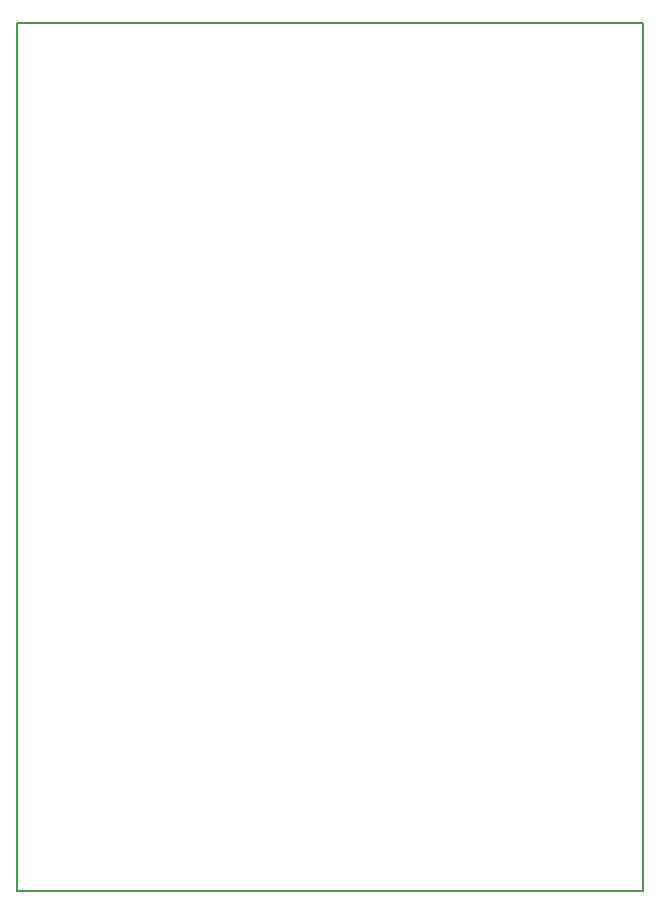
<source format=gbr>
G04 #@! TF.GenerationSoftware,KiCad,Pcbnew,5.0.0-fee4fd1~66~ubuntu16.04.1*
G04 #@! TF.CreationDate,2019-01-21T23:11:55-05:00*
G04 #@! TF.ProjectId,quadrant,7175616472616E742E6B696361645F70,rev?*
G04 #@! TF.SameCoordinates,Original*
G04 #@! TF.FileFunction,Profile,NP*
%FSLAX46Y46*%
G04 Gerber Fmt 4.6, Leading zero omitted, Abs format (unit mm)*
G04 Created by KiCad (PCBNEW 5.0.0-fee4fd1~66~ubuntu16.04.1) date Mon Jan 21 23:11:55 2019*
%MOMM*%
%LPD*%
G01*
G04 APERTURE LIST*
%ADD10C,0.200000*%
G04 APERTURE END LIST*
D10*
X175000000Y-143500000D02*
X122000000Y-143500000D01*
X175000000Y-70000000D02*
X175000000Y-143500000D01*
X122000000Y-70000000D02*
X175000000Y-70000000D01*
X122000000Y-143500000D02*
X122000000Y-70000000D01*
M02*

</source>
